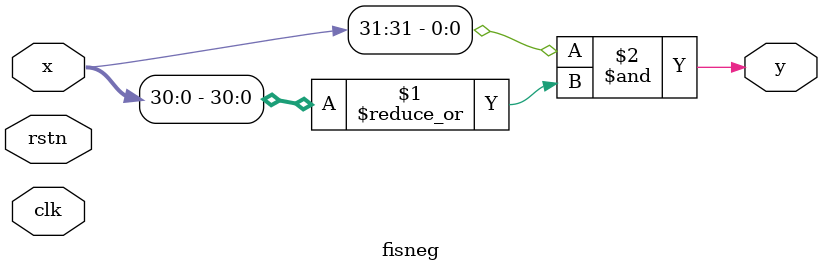
<source format=v>
`default_nettype none

module fiszero (
    input wire [31:0] x,
    output wire y,
    input wire clk,
    input wire rstn);

assign y = ~(|x);
endmodule

module fispos (
    input wire [31:0] x,
    output wire y,
    input wire clk,
    input wire rstn);

assign y = (~x[31] & |x);
endmodule

module fisneg (
    input wire [31:0] x,
    output wire y,
    input wire clk,
    input wire rstn);

assign y = (x[31] & |x[30:0]);
endmodule

`default_nettype wire
</source>
